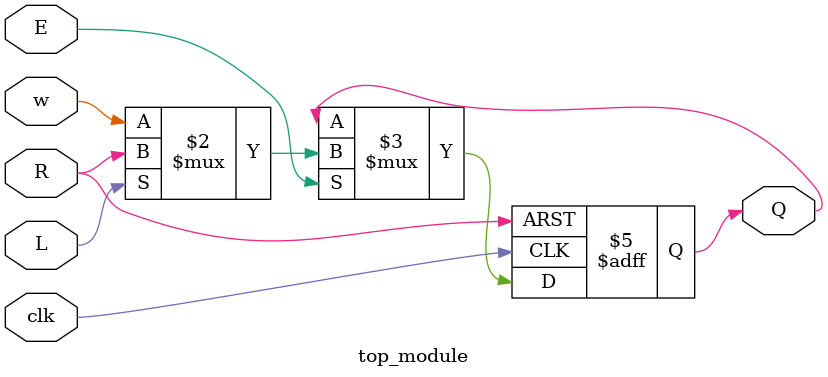
<source format=sv>
module top_module (
	input clk,
	input w,
	input R,
	input E,
	input L,
	output reg Q
);
	always @(posedge clk or posedge R) begin
		if (R)
			Q <= 1'b0;
		else if (E)
			Q <= L ? R : w;
	end
endmodule

</source>
